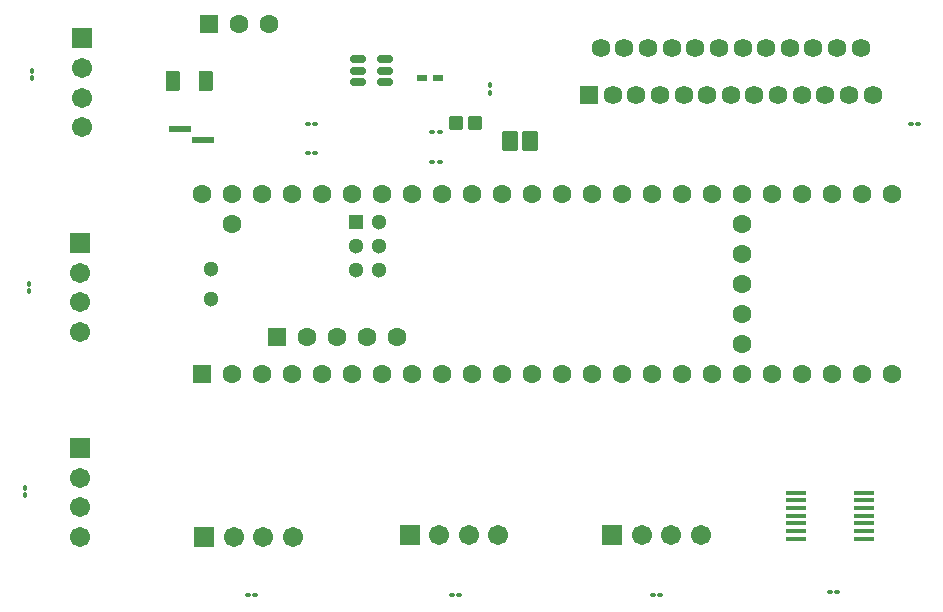
<source format=gbr>
%TF.GenerationSoftware,KiCad,Pcbnew,7.0.7*%
%TF.CreationDate,2024-02-01T19:36:20-05:00*%
%TF.ProjectId,500g Bot Design-2024-01-21,35303067-2042-46f7-9420-44657369676e,rev?*%
%TF.SameCoordinates,Original*%
%TF.FileFunction,Soldermask,Top*%
%TF.FilePolarity,Negative*%
%FSLAX46Y46*%
G04 Gerber Fmt 4.6, Leading zero omitted, Abs format (unit mm)*
G04 Created by KiCad (PCBNEW 7.0.7) date 2024-02-01 19:36:20*
%MOMM*%
%LPD*%
G01*
G04 APERTURE LIST*
G04 Aperture macros list*
%AMRoundRect*
0 Rectangle with rounded corners*
0 $1 Rounding radius*
0 $2 $3 $4 $5 $6 $7 $8 $9 X,Y pos of 4 corners*
0 Add a 4 corners polygon primitive as box body*
4,1,4,$2,$3,$4,$5,$6,$7,$8,$9,$2,$3,0*
0 Add four circle primitives for the rounded corners*
1,1,$1+$1,$2,$3*
1,1,$1+$1,$4,$5*
1,1,$1+$1,$6,$7*
1,1,$1+$1,$8,$9*
0 Add four rect primitives between the rounded corners*
20,1,$1+$1,$2,$3,$4,$5,0*
20,1,$1+$1,$4,$5,$6,$7,0*
20,1,$1+$1,$6,$7,$8,$9,0*
20,1,$1+$1,$8,$9,$2,$3,0*%
G04 Aperture macros list end*
%ADD10C,1.300000*%
%ADD11R,1.300000X1.300000*%
%ADD12C,1.600000*%
%ADD13R,1.600000X1.600000*%
%ADD14RoundRect,0.250000X-0.375000X-0.625000X0.375000X-0.625000X0.375000X0.625000X-0.375000X0.625000X0*%
%ADD15RoundRect,0.100000X0.100000X-0.130000X0.100000X0.130000X-0.100000X0.130000X-0.100000X-0.130000X0*%
%ADD16RoundRect,0.102000X-0.600000X-0.735000X0.600000X-0.735000X0.600000X0.735000X-0.600000X0.735000X0*%
%ADD17RoundRect,0.100000X-0.100000X0.130000X-0.100000X-0.130000X0.100000X-0.130000X0.100000X0.130000X0*%
%ADD18RoundRect,0.100000X-0.130000X-0.100000X0.130000X-0.100000X0.130000X0.100000X-0.130000X0.100000X0*%
%ADD19RoundRect,0.102000X-0.754000X-0.754000X0.754000X-0.754000X0.754000X0.754000X-0.754000X0.754000X0*%
%ADD20C,1.712000*%
%ADD21R,0.858799X0.550799*%
%ADD22RoundRect,0.100000X0.130000X0.100000X-0.130000X0.100000X-0.130000X-0.100000X0.130000X-0.100000X0*%
%ADD23R,1.950000X0.500000*%
%ADD24RoundRect,0.102000X-0.754000X0.754000X-0.754000X-0.754000X0.754000X-0.754000X0.754000X0.754000X0*%
%ADD25RoundRect,0.102000X-0.694000X-0.694000X0.694000X-0.694000X0.694000X0.694000X-0.694000X0.694000X0*%
%ADD26C,1.592000*%
%ADD27R,1.778000X0.355600*%
%ADD28RoundRect,0.102000X-0.699000X-0.699000X0.699000X-0.699000X0.699000X0.699000X-0.699000X0.699000X0*%
%ADD29C,1.602000*%
%ADD30RoundRect,0.102000X-0.470000X-0.510000X0.470000X-0.510000X0.470000X0.510000X-0.470000X0.510000X0*%
%ADD31RoundRect,0.150000X-0.512500X-0.150000X0.512500X-0.150000X0.512500X0.150000X-0.512500X0.150000X0*%
G04 APERTURE END LIST*
D10*
%TO.C,IC1*%
X70000000Y-103800000D03*
X70000000Y-101260000D03*
X84240000Y-97348400D03*
X84240000Y-99348400D03*
X84240000Y-101348400D03*
X82240000Y-101348400D03*
X82240000Y-99348400D03*
D11*
X82240000Y-97348400D03*
D12*
X85729200Y-107099200D03*
X83189200Y-107099200D03*
X80649200Y-107099200D03*
X78109200Y-107099200D03*
D13*
X75569200Y-107099200D03*
D12*
X114990000Y-97450000D03*
X114990000Y-99990000D03*
X114990000Y-102530000D03*
X114990000Y-105070000D03*
X114990000Y-107610000D03*
X71810000Y-97450000D03*
X69270000Y-94910000D03*
X71810000Y-94910000D03*
X74350000Y-94910000D03*
X76890000Y-94910000D03*
X79430000Y-94910000D03*
X81970000Y-94910000D03*
X84510000Y-94910000D03*
X87050000Y-94910000D03*
X89590000Y-94910000D03*
X92130000Y-94910000D03*
X94670000Y-94910000D03*
X97210000Y-94910000D03*
X99750000Y-94910000D03*
X102290000Y-94910000D03*
X104830000Y-94910000D03*
X107370000Y-94910000D03*
X109910000Y-94910000D03*
X112450000Y-94910000D03*
X114990000Y-94910000D03*
X117530000Y-94910000D03*
X120070000Y-94910000D03*
X122610000Y-94910000D03*
X125150000Y-94910000D03*
X127690000Y-94910000D03*
X127690000Y-110150000D03*
X125150000Y-110150000D03*
X122610000Y-110150000D03*
X120070000Y-110150000D03*
X117530000Y-110150000D03*
X114990000Y-110150000D03*
X112450000Y-110150000D03*
X109910000Y-110150000D03*
X107370000Y-110150000D03*
X104830000Y-110150000D03*
X102290000Y-110150000D03*
X99750000Y-110150000D03*
X97210000Y-110150000D03*
X94670000Y-110150000D03*
X92130000Y-110150000D03*
X89590000Y-110150000D03*
X87050000Y-110150000D03*
X84510000Y-110150000D03*
X81970000Y-110150000D03*
X79430000Y-110150000D03*
X76890000Y-110150000D03*
X74350000Y-110150000D03*
X71810000Y-110150000D03*
D13*
X69270000Y-110150000D03*
%TD*%
D14*
%TO.C,F1*%
X66799000Y-85344000D03*
X69599000Y-85344000D03*
%TD*%
D15*
%TO.C,C11*%
X54229000Y-120462000D03*
X54229000Y-119822000D03*
%TD*%
D16*
%TO.C,L2*%
X95279000Y-90424000D03*
X96999000Y-90424000D03*
%TD*%
D17*
%TO.C,C12*%
X54864000Y-84516000D03*
X54864000Y-85156000D03*
%TD*%
D18*
%TO.C,C4*%
X73086000Y-128905000D03*
X73726000Y-128905000D03*
%TD*%
D19*
%TO.C,J4*%
X103946000Y-123842000D03*
D20*
X106446000Y-123842000D03*
X108946000Y-123842000D03*
X111446000Y-123842000D03*
%TD*%
D18*
%TO.C,C8*%
X78166000Y-89050000D03*
X78806000Y-89050000D03*
%TD*%
D19*
%TO.C,J1*%
X69402000Y-123969000D03*
D20*
X71902000Y-123969000D03*
X74402000Y-123969000D03*
X76902000Y-123969000D03*
%TD*%
D18*
%TO.C,C6*%
X107376000Y-128905000D03*
X108016000Y-128905000D03*
%TD*%
D21*
%TO.C,R2*%
X87864601Y-85090000D03*
X89173399Y-85090000D03*
%TD*%
D22*
%TO.C,C2*%
X89347000Y-89662000D03*
X88707000Y-89662000D03*
%TD*%
D18*
%TO.C,C13*%
X78166000Y-91440000D03*
X78806000Y-91440000D03*
%TD*%
D19*
%TO.C,J2*%
X86801000Y-123842000D03*
D20*
X89301000Y-123842000D03*
X91801000Y-123842000D03*
X94301000Y-123842000D03*
%TD*%
D23*
%TO.C,J10*%
X67351000Y-89416000D03*
X69301000Y-90416000D03*
%TD*%
D22*
%TO.C,C14*%
X123002000Y-128651000D03*
X122362000Y-128651000D03*
%TD*%
D24*
%TO.C,J6*%
X58928000Y-116474200D03*
D20*
X58928000Y-118974200D03*
X58928000Y-121474200D03*
X58928000Y-123974200D03*
%TD*%
D24*
%TO.C,J5*%
X58928000Y-99131100D03*
D20*
X58928000Y-101631100D03*
X58928000Y-104131100D03*
X58928000Y-106631100D03*
%TD*%
D18*
%TO.C,C3*%
X90358000Y-128905000D03*
X90998000Y-128905000D03*
%TD*%
D25*
%TO.C,U1*%
X102000000Y-86600000D03*
D26*
X103000000Y-82600000D03*
X104000000Y-86600000D03*
X105000000Y-82600000D03*
X106000000Y-86600000D03*
X107000000Y-82600000D03*
X108000000Y-86600000D03*
X109000000Y-82600000D03*
X110000000Y-86600000D03*
X111000000Y-82600000D03*
X112000000Y-86600000D03*
X113000000Y-82600000D03*
X114000000Y-86600000D03*
X115000000Y-82600000D03*
X116000000Y-86600000D03*
X117000000Y-82600000D03*
X118000000Y-86600000D03*
X119000000Y-82600000D03*
X120000000Y-86600000D03*
X121000000Y-82600000D03*
X122000000Y-86600000D03*
X123000000Y-82600000D03*
X124000000Y-86600000D03*
X125000000Y-82600000D03*
X126000000Y-86600000D03*
%TD*%
D27*
%TO.C,U3*%
X119557800Y-120223999D03*
X119557800Y-120874000D03*
X119557800Y-121524001D03*
X119557800Y-122174000D03*
X119557800Y-122823999D03*
X119557800Y-123474000D03*
X119557800Y-124123999D03*
X125298200Y-124124001D03*
X125298200Y-123474000D03*
X125298200Y-122824001D03*
X125298200Y-122174000D03*
X125298200Y-121524001D03*
X125298200Y-120874000D03*
X125298200Y-120224001D03*
%TD*%
D22*
%TO.C,C1*%
X89347000Y-92202000D03*
X88707000Y-92202000D03*
%TD*%
D15*
%TO.C,C9*%
X93599000Y-86360000D03*
X93599000Y-85720000D03*
%TD*%
D24*
%TO.C,J7*%
X59038000Y-81781000D03*
D20*
X59038000Y-84281000D03*
X59038000Y-86781000D03*
X59038000Y-89281000D03*
%TD*%
D28*
%TO.C,J11*%
X69850000Y-80518000D03*
D29*
X72390000Y-80518000D03*
X74930000Y-80518000D03*
%TD*%
D30*
%TO.C,R1*%
X90777000Y-88900000D03*
X92357000Y-88900000D03*
%TD*%
D17*
%TO.C,C10*%
X54610000Y-102550000D03*
X54610000Y-103190000D03*
%TD*%
D18*
%TO.C,C7*%
X129220000Y-89027000D03*
X129860000Y-89027000D03*
%TD*%
D31*
%TO.C,U2*%
X82457500Y-83550000D03*
X82457500Y-84500000D03*
X82457500Y-85450000D03*
X84732500Y-85450000D03*
X84732500Y-84500000D03*
X84732500Y-83550000D03*
%TD*%
M02*

</source>
